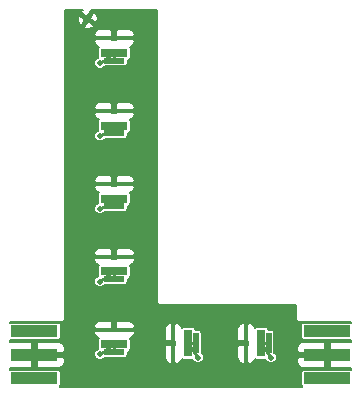
<source format=gtl>
G04 #@! TF.FileFunction,Copper,L1,Top,Signal*
%FSLAX46Y46*%
G04 Gerber Fmt 4.6, Leading zero omitted, Abs format (unit mm)*
G04 Created by KiCad (PCBNEW 4.0.0-rc2-stable) date 3/3/2016 3:45:44 PM*
%MOMM*%
G01*
G04 APERTURE LIST*
%ADD10C,0.150000*%
%ADD11R,0.500000X1.800000*%
%ADD12R,0.320000X2.300000*%
%ADD13R,0.800000X2.300000*%
%ADD14C,0.500000*%
%ADD15R,1.800000X0.500000*%
%ADD16R,2.300000X0.320000*%
%ADD17R,2.300000X0.800000*%
%ADD18R,4.000000X1.000000*%
%ADD19C,0.600000*%
%ADD20C,0.254000*%
%ADD21C,0.152400*%
G04 APERTURE END LIST*
D10*
D11*
X68856620Y-47215880D03*
D12*
X66956620Y-47215880D03*
D13*
X68206620Y-47215880D03*
D14*
X69056620Y-48415880D03*
D11*
X62685614Y-47215880D03*
D12*
X60785614Y-47215880D03*
D13*
X62035614Y-47215880D03*
D14*
X62885614Y-48415880D03*
D15*
X55781395Y-47949170D03*
D16*
X55781395Y-46049170D03*
D17*
X55781395Y-47299170D03*
D14*
X54581395Y-48149170D03*
D15*
X55781395Y-41780764D03*
D16*
X55781395Y-39880764D03*
D17*
X55781395Y-41130764D03*
D14*
X54581395Y-41980764D03*
D15*
X55781395Y-35612357D03*
D16*
X55781395Y-33712357D03*
D17*
X55781395Y-34962357D03*
D14*
X54581395Y-35812357D03*
D15*
X55781395Y-29443951D03*
D16*
X55781395Y-27543951D03*
D17*
X55781395Y-28793951D03*
D14*
X54581395Y-29643951D03*
D15*
X55781395Y-23275542D03*
D16*
X55781395Y-21375542D03*
D17*
X55781395Y-22625542D03*
D14*
X54581395Y-23475542D03*
D18*
X73827440Y-50192207D03*
X73827440Y-48192207D03*
X73827440Y-46192207D03*
D19*
X72827440Y-50192207D03*
X72827440Y-48192207D03*
X72827440Y-46192207D03*
D18*
X49020840Y-46192207D03*
X49020840Y-48192207D03*
X49020840Y-50192207D03*
D19*
X50020840Y-46192207D03*
X50020840Y-48192207D03*
X50020840Y-50192207D03*
D14*
X53515482Y-19752451D03*
D20*
X68860000Y-47220000D02*
X68210000Y-47220000D01*
X68860000Y-47220000D02*
X68210000Y-47220000D01*
X68860000Y-47220000D02*
X68210000Y-47220000D01*
X68860000Y-47220000D02*
X68210000Y-47220000D01*
X68860000Y-47220000D02*
X68210000Y-47220000D01*
X68860000Y-47220000D02*
X68210000Y-47220000D01*
X68860000Y-47220000D02*
X68210000Y-47220000D01*
X68860000Y-47220000D02*
X68210000Y-47220000D01*
X68860000Y-47220000D02*
X68210000Y-47220000D01*
X68210000Y-47220000D02*
X69060000Y-48420000D01*
X68210000Y-47220000D02*
X69060000Y-48420000D01*
X68210000Y-47220000D02*
X69060000Y-48420000D01*
X68210000Y-47220000D02*
X69060000Y-48420000D01*
X68210000Y-47220000D02*
X69060000Y-48420000D01*
X68210000Y-47220000D02*
X69060000Y-48420000D01*
X68210000Y-47220000D02*
X69060000Y-48420000D01*
X68210000Y-47220000D02*
X69060000Y-48420000D01*
X68210000Y-47220000D02*
X69060000Y-48420000D01*
X62690000Y-47220000D02*
X62040000Y-47220000D01*
X62690000Y-47220000D02*
X62040000Y-47220000D01*
X62690000Y-47220000D02*
X62040000Y-47220000D01*
X62690000Y-47220000D02*
X62040000Y-47220000D01*
X62690000Y-47220000D02*
X62040000Y-47220000D01*
X62690000Y-47220000D02*
X62040000Y-47220000D01*
X62690000Y-47220000D02*
X62040000Y-47220000D01*
X62690000Y-47220000D02*
X62040000Y-47220000D01*
X62690000Y-47220000D02*
X62040000Y-47220000D01*
X62040000Y-47220000D02*
X62890000Y-48420000D01*
X62040000Y-47220000D02*
X62890000Y-48420000D01*
X62040000Y-47220000D02*
X62890000Y-48420000D01*
X62040000Y-47220000D02*
X62890000Y-48420000D01*
X62040000Y-47220000D02*
X62890000Y-48420000D01*
X62040000Y-47220000D02*
X62890000Y-48420000D01*
X62040000Y-47220000D02*
X62890000Y-48420000D01*
X62040000Y-47220000D02*
X62890000Y-48420000D01*
X62040000Y-47220000D02*
X62890000Y-48420000D01*
X55780000Y-47950000D02*
X55780000Y-47300000D01*
X55780000Y-47950000D02*
X55780000Y-47300000D01*
X55780000Y-47950000D02*
X55780000Y-47300000D01*
X55780000Y-47950000D02*
X55780000Y-47300000D01*
X55780000Y-47950000D02*
X55780000Y-47300000D01*
X55780000Y-47950000D02*
X55780000Y-47300000D01*
X55780000Y-47950000D02*
X55780000Y-47300000D01*
X55780000Y-47950000D02*
X55780000Y-47300000D01*
X55780000Y-47950000D02*
X55780000Y-47300000D01*
X55780000Y-47300000D02*
X54580000Y-48150000D01*
X55780000Y-47300000D02*
X54580000Y-48150000D01*
X55780000Y-47300000D02*
X54580000Y-48150000D01*
X55780000Y-47300000D02*
X54580000Y-48150000D01*
X55780000Y-47300000D02*
X54580000Y-48150000D01*
X55780000Y-47300000D02*
X54580000Y-48150000D01*
X55780000Y-47300000D02*
X54580000Y-48150000D01*
X55780000Y-47300000D02*
X54580000Y-48150000D01*
X55780000Y-47300000D02*
X54580000Y-48150000D01*
X55780000Y-41780000D02*
X55780000Y-41130000D01*
X55780000Y-41780000D02*
X55780000Y-41130000D01*
X55780000Y-41780000D02*
X55780000Y-41130000D01*
X55780000Y-41780000D02*
X55780000Y-41130000D01*
X55780000Y-41780000D02*
X55780000Y-41130000D01*
X55780000Y-41780000D02*
X55780000Y-41130000D01*
X55780000Y-41780000D02*
X55780000Y-41130000D01*
X55780000Y-41780000D02*
X55780000Y-41130000D01*
X55780000Y-41780000D02*
X55780000Y-41130000D01*
X55780000Y-41130000D02*
X54580000Y-41980000D01*
X55780000Y-41130000D02*
X54580000Y-41980000D01*
X55780000Y-41130000D02*
X54580000Y-41980000D01*
X55780000Y-41130000D02*
X54580000Y-41980000D01*
X55780000Y-41130000D02*
X54580000Y-41980000D01*
X55780000Y-41130000D02*
X54580000Y-41980000D01*
X55780000Y-41130000D02*
X54580000Y-41980000D01*
X55780000Y-41130000D02*
X54580000Y-41980000D01*
X55780000Y-41130000D02*
X54580000Y-41980000D01*
X55780000Y-35610000D02*
X55780000Y-34960000D01*
X55780000Y-35610000D02*
X55780000Y-34960000D01*
X55780000Y-35610000D02*
X55780000Y-34960000D01*
X55780000Y-35610000D02*
X55780000Y-34960000D01*
X55780000Y-35610000D02*
X55780000Y-34960000D01*
X55780000Y-35610000D02*
X55780000Y-34960000D01*
X55780000Y-35610000D02*
X55780000Y-34960000D01*
X55780000Y-35610000D02*
X55780000Y-34960000D01*
X55780000Y-35610000D02*
X55780000Y-34960000D01*
X55780000Y-34960000D02*
X54580000Y-35810000D01*
X55780000Y-34960000D02*
X54580000Y-35810000D01*
X55780000Y-34960000D02*
X54580000Y-35810000D01*
X55780000Y-34960000D02*
X54580000Y-35810000D01*
X55780000Y-34960000D02*
X54580000Y-35810000D01*
X55780000Y-34960000D02*
X54580000Y-35810000D01*
X55780000Y-34960000D02*
X54580000Y-35810000D01*
X55780000Y-34960000D02*
X54580000Y-35810000D01*
X55780000Y-34960000D02*
X54580000Y-35810000D01*
X55780000Y-29440000D02*
X55780000Y-28790000D01*
X55780000Y-29440000D02*
X55780000Y-28790000D01*
X55780000Y-29440000D02*
X55780000Y-28790000D01*
X55780000Y-29440000D02*
X55780000Y-28790000D01*
X55780000Y-29440000D02*
X55780000Y-28790000D01*
X55780000Y-29440000D02*
X55780000Y-28790000D01*
X55780000Y-29440000D02*
X55780000Y-28790000D01*
X55780000Y-29440000D02*
X55780000Y-28790000D01*
X55780000Y-29440000D02*
X55780000Y-28790000D01*
X55780000Y-28790000D02*
X54580000Y-29640000D01*
X55780000Y-28790000D02*
X54580000Y-29640000D01*
X55780000Y-28790000D02*
X54580000Y-29640000D01*
X55780000Y-28790000D02*
X54580000Y-29640000D01*
X55780000Y-28790000D02*
X54580000Y-29640000D01*
X55780000Y-28790000D02*
X54580000Y-29640000D01*
X55780000Y-28790000D02*
X54580000Y-29640000D01*
X55780000Y-28790000D02*
X54580000Y-29640000D01*
X55780000Y-28790000D02*
X54580000Y-29640000D01*
X55780000Y-23280000D02*
X55780000Y-22630000D01*
X55780000Y-23280000D02*
X55780000Y-22630000D01*
X55780000Y-23280000D02*
X55780000Y-22630000D01*
X55780000Y-23280000D02*
X55780000Y-22630000D01*
X55780000Y-23280000D02*
X55780000Y-22630000D01*
X55780000Y-23280000D02*
X55780000Y-22630000D01*
X55780000Y-23280000D02*
X55780000Y-22630000D01*
X55780000Y-23280000D02*
X55780000Y-22630000D01*
X55780000Y-23280000D02*
X55780000Y-22630000D01*
X55780000Y-22630000D02*
X54580000Y-23480000D01*
X55780000Y-22630000D02*
X54580000Y-23480000D01*
X55780000Y-22630000D02*
X54580000Y-23480000D01*
X55780000Y-22630000D02*
X54580000Y-23480000D01*
X55780000Y-22630000D02*
X54580000Y-23480000D01*
X55780000Y-22630000D02*
X54580000Y-23480000D01*
X55780000Y-22630000D02*
X54580000Y-23480000D01*
X55780000Y-22630000D02*
X54580000Y-23480000D01*
X55780000Y-22630000D02*
X54580000Y-23480000D01*
D21*
G36*
X53110276Y-19004633D02*
X52985438Y-19087261D01*
X53010597Y-19261124D01*
X53481751Y-19578922D01*
X53799549Y-19107768D01*
X53772803Y-18998600D01*
X59391400Y-18998600D01*
X59391400Y-43690000D01*
X59412607Y-43796616D01*
X59473000Y-43887000D01*
X59563384Y-43947393D01*
X59670000Y-43968600D01*
X71161400Y-43968600D01*
X71161400Y-45150000D01*
X71182607Y-45256616D01*
X71243000Y-45347000D01*
X71333384Y-45407393D01*
X71440000Y-45428600D01*
X75861400Y-45428600D01*
X75861400Y-45466006D01*
X75827440Y-45459129D01*
X71827440Y-45459129D01*
X71742726Y-45475069D01*
X71664922Y-45525135D01*
X71612725Y-45601527D01*
X71594362Y-45692207D01*
X71594362Y-46692207D01*
X71610302Y-46776921D01*
X71660368Y-46854725D01*
X71736760Y-46906922D01*
X71827440Y-46925285D01*
X75827440Y-46925285D01*
X75861400Y-46918895D01*
X75861400Y-47108007D01*
X74151290Y-47108007D01*
X74005240Y-47254057D01*
X74005240Y-48014407D01*
X74025240Y-48014407D01*
X74025240Y-48370007D01*
X74005240Y-48370007D01*
X74005240Y-49130357D01*
X74151290Y-49276407D01*
X75861400Y-49276407D01*
X75861400Y-49466006D01*
X75827440Y-49459129D01*
X71827440Y-49459129D01*
X71742726Y-49475069D01*
X71664922Y-49525135D01*
X71612725Y-49601527D01*
X71594362Y-49692207D01*
X71594362Y-50692207D01*
X71610302Y-50776921D01*
X71660368Y-50854725D01*
X71684772Y-50871400D01*
X71440000Y-50871400D01*
X71389726Y-50881400D01*
X51380274Y-50881400D01*
X51330000Y-50871400D01*
X51164522Y-50871400D01*
X51183358Y-50859279D01*
X51235555Y-50782887D01*
X51253918Y-50692207D01*
X51253918Y-49692207D01*
X51237978Y-49607493D01*
X51187912Y-49529689D01*
X51111520Y-49477492D01*
X51020840Y-49459129D01*
X47020840Y-49459129D01*
X46936126Y-49475069D01*
X46908600Y-49492782D01*
X46908600Y-49276407D01*
X48696990Y-49276407D01*
X48843040Y-49130357D01*
X48843040Y-48370007D01*
X48823040Y-48370007D01*
X48823040Y-48130540D01*
X49121428Y-48130540D01*
X49166293Y-48479424D01*
X49198640Y-48557517D01*
X49198640Y-49130357D01*
X49344690Y-49276407D01*
X51137044Y-49276407D01*
X51351762Y-49187468D01*
X51516101Y-49023130D01*
X51605040Y-48808412D01*
X51605040Y-48516057D01*
X51458990Y-48370007D01*
X50888760Y-48370007D01*
X50920252Y-48253874D01*
X50889458Y-48014407D01*
X51458990Y-48014407D01*
X51605040Y-47868357D01*
X51605040Y-47576002D01*
X51516101Y-47361284D01*
X51351762Y-47196946D01*
X51137044Y-47108007D01*
X49344690Y-47108007D01*
X49198640Y-47254057D01*
X49198640Y-47845809D01*
X49121428Y-48130540D01*
X48823040Y-48130540D01*
X48823040Y-48014407D01*
X48843040Y-48014407D01*
X48843040Y-47254057D01*
X48696990Y-47108007D01*
X46908600Y-47108007D01*
X46908600Y-46892191D01*
X46930160Y-46906922D01*
X47020840Y-46925285D01*
X51020840Y-46925285D01*
X51105554Y-46909345D01*
X51183358Y-46859279D01*
X51235555Y-46782887D01*
X51253918Y-46692207D01*
X51253918Y-46275220D01*
X54047195Y-46275220D01*
X54047195Y-46325375D01*
X54136134Y-46540093D01*
X54300473Y-46704431D01*
X54446463Y-46764902D01*
X54416680Y-46808490D01*
X54398317Y-46899170D01*
X54398317Y-47699170D01*
X54399679Y-47706408D01*
X54310644Y-47743196D01*
X54175895Y-47877711D01*
X54102879Y-48053553D01*
X54102712Y-48243952D01*
X54175421Y-48419921D01*
X54309936Y-48554670D01*
X54485778Y-48627686D01*
X54676177Y-48627853D01*
X54852146Y-48555144D01*
X54975256Y-48432248D01*
X56681395Y-48432248D01*
X56766109Y-48416308D01*
X56843913Y-48366242D01*
X56896110Y-48289850D01*
X56914473Y-48199170D01*
X56914473Y-47932248D01*
X56931395Y-47932248D01*
X57016109Y-47916308D01*
X57093913Y-47866242D01*
X57146110Y-47789850D01*
X57164473Y-47699170D01*
X57164473Y-47539730D01*
X60041414Y-47539730D01*
X60041414Y-48482084D01*
X60130353Y-48696802D01*
X60294691Y-48861141D01*
X60509409Y-48950080D01*
X60559564Y-48950080D01*
X60705614Y-48804030D01*
X60705614Y-47393680D01*
X60187464Y-47393680D01*
X60041414Y-47539730D01*
X57164473Y-47539730D01*
X57164473Y-46899170D01*
X57148533Y-46814456D01*
X57116578Y-46764798D01*
X57262317Y-46704431D01*
X57426656Y-46540093D01*
X57515595Y-46325375D01*
X57515595Y-46275220D01*
X57369545Y-46129170D01*
X55959195Y-46129170D01*
X55959195Y-46209170D01*
X55603595Y-46209170D01*
X55603595Y-46129170D01*
X54193245Y-46129170D01*
X54047195Y-46275220D01*
X51253918Y-46275220D01*
X51253918Y-45772965D01*
X54047195Y-45772965D01*
X54047195Y-45823120D01*
X54193245Y-45969170D01*
X55603595Y-45969170D01*
X55603595Y-45451020D01*
X55959195Y-45451020D01*
X55959195Y-45969170D01*
X57369545Y-45969170D01*
X57389039Y-45949676D01*
X60041414Y-45949676D01*
X60041414Y-46892030D01*
X60187464Y-47038080D01*
X60705614Y-47038080D01*
X60705614Y-45627730D01*
X60865614Y-45627730D01*
X60865614Y-47038080D01*
X60945614Y-47038080D01*
X60945614Y-47393680D01*
X60865614Y-47393680D01*
X60865614Y-48804030D01*
X61011664Y-48950080D01*
X61061819Y-48950080D01*
X61276537Y-48861141D01*
X61440875Y-48696802D01*
X61501346Y-48550812D01*
X61544934Y-48580595D01*
X61635614Y-48598958D01*
X62435614Y-48598958D01*
X62442852Y-48597596D01*
X62479640Y-48686631D01*
X62614155Y-48821380D01*
X62789997Y-48894396D01*
X62980396Y-48894563D01*
X63156365Y-48821854D01*
X63291114Y-48687339D01*
X63364130Y-48511497D01*
X63364297Y-48321098D01*
X63291588Y-48145129D01*
X63168692Y-48022019D01*
X63168692Y-47539730D01*
X66212420Y-47539730D01*
X66212420Y-48482084D01*
X66301359Y-48696802D01*
X66465697Y-48861141D01*
X66680415Y-48950080D01*
X66730570Y-48950080D01*
X66876620Y-48804030D01*
X66876620Y-47393680D01*
X66358470Y-47393680D01*
X66212420Y-47539730D01*
X63168692Y-47539730D01*
X63168692Y-46315880D01*
X63152752Y-46231166D01*
X63102686Y-46153362D01*
X63026294Y-46101165D01*
X62935614Y-46082802D01*
X62668692Y-46082802D01*
X62668692Y-46065880D01*
X62652752Y-45981166D01*
X62632489Y-45949676D01*
X66212420Y-45949676D01*
X66212420Y-46892030D01*
X66358470Y-47038080D01*
X66876620Y-47038080D01*
X66876620Y-45627730D01*
X67036620Y-45627730D01*
X67036620Y-47038080D01*
X67116620Y-47038080D01*
X67116620Y-47393680D01*
X67036620Y-47393680D01*
X67036620Y-48804030D01*
X67182670Y-48950080D01*
X67232825Y-48950080D01*
X67447543Y-48861141D01*
X67611881Y-48696802D01*
X67672352Y-48550812D01*
X67715940Y-48580595D01*
X67806620Y-48598958D01*
X68606620Y-48598958D01*
X68613858Y-48597596D01*
X68650646Y-48686631D01*
X68785161Y-48821380D01*
X68961003Y-48894396D01*
X69151402Y-48894563D01*
X69327371Y-48821854D01*
X69462120Y-48687339D01*
X69535136Y-48511497D01*
X69535303Y-48321098D01*
X69462594Y-48145129D01*
X69339698Y-48022019D01*
X69339698Y-47576002D01*
X71243240Y-47576002D01*
X71243240Y-47868357D01*
X71389290Y-48014407D01*
X71959520Y-48014407D01*
X71928028Y-48130540D01*
X71958822Y-48370007D01*
X71389290Y-48370007D01*
X71243240Y-48516057D01*
X71243240Y-48808412D01*
X71332179Y-49023130D01*
X71496518Y-49187468D01*
X71711236Y-49276407D01*
X73503590Y-49276407D01*
X73649640Y-49130357D01*
X73649640Y-48538605D01*
X73726852Y-48253874D01*
X73681987Y-47904990D01*
X73649640Y-47826897D01*
X73649640Y-47254057D01*
X73503590Y-47108007D01*
X71711236Y-47108007D01*
X71496518Y-47196946D01*
X71332179Y-47361284D01*
X71243240Y-47576002D01*
X69339698Y-47576002D01*
X69339698Y-46315880D01*
X69323758Y-46231166D01*
X69273692Y-46153362D01*
X69197300Y-46101165D01*
X69106620Y-46082802D01*
X68839698Y-46082802D01*
X68839698Y-46065880D01*
X68823758Y-45981166D01*
X68773692Y-45903362D01*
X68697300Y-45851165D01*
X68606620Y-45832802D01*
X67806620Y-45832802D01*
X67721906Y-45848742D01*
X67672248Y-45880697D01*
X67611881Y-45734958D01*
X67447543Y-45570619D01*
X67232825Y-45481680D01*
X67182670Y-45481680D01*
X67036620Y-45627730D01*
X66876620Y-45627730D01*
X66730570Y-45481680D01*
X66680415Y-45481680D01*
X66465697Y-45570619D01*
X66301359Y-45734958D01*
X66212420Y-45949676D01*
X62632489Y-45949676D01*
X62602686Y-45903362D01*
X62526294Y-45851165D01*
X62435614Y-45832802D01*
X61635614Y-45832802D01*
X61550900Y-45848742D01*
X61501242Y-45880697D01*
X61440875Y-45734958D01*
X61276537Y-45570619D01*
X61061819Y-45481680D01*
X61011664Y-45481680D01*
X60865614Y-45627730D01*
X60705614Y-45627730D01*
X60559564Y-45481680D01*
X60509409Y-45481680D01*
X60294691Y-45570619D01*
X60130353Y-45734958D01*
X60041414Y-45949676D01*
X57389039Y-45949676D01*
X57515595Y-45823120D01*
X57515595Y-45772965D01*
X57426656Y-45558247D01*
X57262317Y-45393909D01*
X57047599Y-45304970D01*
X56105245Y-45304970D01*
X55959195Y-45451020D01*
X55603595Y-45451020D01*
X55457545Y-45304970D01*
X54515191Y-45304970D01*
X54300473Y-45393909D01*
X54136134Y-45558247D01*
X54047195Y-45772965D01*
X51253918Y-45772965D01*
X51253918Y-45692207D01*
X51237978Y-45607493D01*
X51187912Y-45529689D01*
X51111520Y-45477492D01*
X51020840Y-45459129D01*
X47020840Y-45459129D01*
X46936126Y-45475069D01*
X46908600Y-45492782D01*
X46908600Y-45428600D01*
X51330000Y-45428600D01*
X51436616Y-45407393D01*
X51527000Y-45347000D01*
X51587393Y-45256616D01*
X51608600Y-45150000D01*
X51608600Y-40106814D01*
X54047195Y-40106814D01*
X54047195Y-40156969D01*
X54136134Y-40371687D01*
X54300473Y-40536025D01*
X54446463Y-40596496D01*
X54416680Y-40640084D01*
X54398317Y-40730764D01*
X54398317Y-41530764D01*
X54399679Y-41538002D01*
X54310644Y-41574790D01*
X54175895Y-41709305D01*
X54102879Y-41885147D01*
X54102712Y-42075546D01*
X54175421Y-42251515D01*
X54309936Y-42386264D01*
X54485778Y-42459280D01*
X54676177Y-42459447D01*
X54852146Y-42386738D01*
X54975256Y-42263842D01*
X56681395Y-42263842D01*
X56766109Y-42247902D01*
X56843913Y-42197836D01*
X56896110Y-42121444D01*
X56914473Y-42030764D01*
X56914473Y-41763842D01*
X56931395Y-41763842D01*
X57016109Y-41747902D01*
X57093913Y-41697836D01*
X57146110Y-41621444D01*
X57164473Y-41530764D01*
X57164473Y-40730764D01*
X57148533Y-40646050D01*
X57116578Y-40596392D01*
X57262317Y-40536025D01*
X57426656Y-40371687D01*
X57515595Y-40156969D01*
X57515595Y-40106814D01*
X57369545Y-39960764D01*
X55959195Y-39960764D01*
X55959195Y-40040764D01*
X55603595Y-40040764D01*
X55603595Y-39960764D01*
X54193245Y-39960764D01*
X54047195Y-40106814D01*
X51608600Y-40106814D01*
X51608600Y-39604559D01*
X54047195Y-39604559D01*
X54047195Y-39654714D01*
X54193245Y-39800764D01*
X55603595Y-39800764D01*
X55603595Y-39282614D01*
X55959195Y-39282614D01*
X55959195Y-39800764D01*
X57369545Y-39800764D01*
X57515595Y-39654714D01*
X57515595Y-39604559D01*
X57426656Y-39389841D01*
X57262317Y-39225503D01*
X57047599Y-39136564D01*
X56105245Y-39136564D01*
X55959195Y-39282614D01*
X55603595Y-39282614D01*
X55457545Y-39136564D01*
X54515191Y-39136564D01*
X54300473Y-39225503D01*
X54136134Y-39389841D01*
X54047195Y-39604559D01*
X51608600Y-39604559D01*
X51608600Y-33938407D01*
X54047195Y-33938407D01*
X54047195Y-33988562D01*
X54136134Y-34203280D01*
X54300473Y-34367618D01*
X54446463Y-34428089D01*
X54416680Y-34471677D01*
X54398317Y-34562357D01*
X54398317Y-35362357D01*
X54399679Y-35369595D01*
X54310644Y-35406383D01*
X54175895Y-35540898D01*
X54102879Y-35716740D01*
X54102712Y-35907139D01*
X54175421Y-36083108D01*
X54309936Y-36217857D01*
X54485778Y-36290873D01*
X54676177Y-36291040D01*
X54852146Y-36218331D01*
X54975256Y-36095435D01*
X56681395Y-36095435D01*
X56766109Y-36079495D01*
X56843913Y-36029429D01*
X56896110Y-35953037D01*
X56914473Y-35862357D01*
X56914473Y-35595435D01*
X56931395Y-35595435D01*
X57016109Y-35579495D01*
X57093913Y-35529429D01*
X57146110Y-35453037D01*
X57164473Y-35362357D01*
X57164473Y-34562357D01*
X57148533Y-34477643D01*
X57116578Y-34427985D01*
X57262317Y-34367618D01*
X57426656Y-34203280D01*
X57515595Y-33988562D01*
X57515595Y-33938407D01*
X57369545Y-33792357D01*
X55959195Y-33792357D01*
X55959195Y-33872357D01*
X55603595Y-33872357D01*
X55603595Y-33792357D01*
X54193245Y-33792357D01*
X54047195Y-33938407D01*
X51608600Y-33938407D01*
X51608600Y-33436152D01*
X54047195Y-33436152D01*
X54047195Y-33486307D01*
X54193245Y-33632357D01*
X55603595Y-33632357D01*
X55603595Y-33114207D01*
X55959195Y-33114207D01*
X55959195Y-33632357D01*
X57369545Y-33632357D01*
X57515595Y-33486307D01*
X57515595Y-33436152D01*
X57426656Y-33221434D01*
X57262317Y-33057096D01*
X57047599Y-32968157D01*
X56105245Y-32968157D01*
X55959195Y-33114207D01*
X55603595Y-33114207D01*
X55457545Y-32968157D01*
X54515191Y-32968157D01*
X54300473Y-33057096D01*
X54136134Y-33221434D01*
X54047195Y-33436152D01*
X51608600Y-33436152D01*
X51608600Y-27770001D01*
X54047195Y-27770001D01*
X54047195Y-27820156D01*
X54136134Y-28034874D01*
X54300473Y-28199212D01*
X54446463Y-28259683D01*
X54416680Y-28303271D01*
X54398317Y-28393951D01*
X54398317Y-29193951D01*
X54399679Y-29201189D01*
X54310644Y-29237977D01*
X54175895Y-29372492D01*
X54102879Y-29548334D01*
X54102712Y-29738733D01*
X54175421Y-29914702D01*
X54309936Y-30049451D01*
X54485778Y-30122467D01*
X54676177Y-30122634D01*
X54852146Y-30049925D01*
X54975256Y-29927029D01*
X56681395Y-29927029D01*
X56766109Y-29911089D01*
X56843913Y-29861023D01*
X56896110Y-29784631D01*
X56914473Y-29693951D01*
X56914473Y-29427029D01*
X56931395Y-29427029D01*
X57016109Y-29411089D01*
X57093913Y-29361023D01*
X57146110Y-29284631D01*
X57164473Y-29193951D01*
X57164473Y-28393951D01*
X57148533Y-28309237D01*
X57116578Y-28259579D01*
X57262317Y-28199212D01*
X57426656Y-28034874D01*
X57515595Y-27820156D01*
X57515595Y-27770001D01*
X57369545Y-27623951D01*
X55959195Y-27623951D01*
X55959195Y-27703951D01*
X55603595Y-27703951D01*
X55603595Y-27623951D01*
X54193245Y-27623951D01*
X54047195Y-27770001D01*
X51608600Y-27770001D01*
X51608600Y-27267746D01*
X54047195Y-27267746D01*
X54047195Y-27317901D01*
X54193245Y-27463951D01*
X55603595Y-27463951D01*
X55603595Y-26945801D01*
X55959195Y-26945801D01*
X55959195Y-27463951D01*
X57369545Y-27463951D01*
X57515595Y-27317901D01*
X57515595Y-27267746D01*
X57426656Y-27053028D01*
X57262317Y-26888690D01*
X57047599Y-26799751D01*
X56105245Y-26799751D01*
X55959195Y-26945801D01*
X55603595Y-26945801D01*
X55457545Y-26799751D01*
X54515191Y-26799751D01*
X54300473Y-26888690D01*
X54136134Y-27053028D01*
X54047195Y-27267746D01*
X51608600Y-27267746D01*
X51608600Y-21601592D01*
X54047195Y-21601592D01*
X54047195Y-21651747D01*
X54136134Y-21866465D01*
X54300473Y-22030803D01*
X54446463Y-22091274D01*
X54416680Y-22134862D01*
X54398317Y-22225542D01*
X54398317Y-23025542D01*
X54399679Y-23032780D01*
X54310644Y-23069568D01*
X54175895Y-23204083D01*
X54102879Y-23379925D01*
X54102712Y-23570324D01*
X54175421Y-23746293D01*
X54309936Y-23881042D01*
X54485778Y-23954058D01*
X54676177Y-23954225D01*
X54852146Y-23881516D01*
X54975256Y-23758620D01*
X56681395Y-23758620D01*
X56766109Y-23742680D01*
X56843913Y-23692614D01*
X56896110Y-23616222D01*
X56914473Y-23525542D01*
X56914473Y-23258620D01*
X56931395Y-23258620D01*
X57016109Y-23242680D01*
X57093913Y-23192614D01*
X57146110Y-23116222D01*
X57164473Y-23025542D01*
X57164473Y-22225542D01*
X57148533Y-22140828D01*
X57116578Y-22091170D01*
X57262317Y-22030803D01*
X57426656Y-21866465D01*
X57515595Y-21651747D01*
X57515595Y-21601592D01*
X57369545Y-21455542D01*
X55959195Y-21455542D01*
X55959195Y-21535542D01*
X55603595Y-21535542D01*
X55603595Y-21455542D01*
X54193245Y-21455542D01*
X54047195Y-21601592D01*
X51608600Y-21601592D01*
X51608600Y-21099337D01*
X54047195Y-21099337D01*
X54047195Y-21149492D01*
X54193245Y-21295542D01*
X55603595Y-21295542D01*
X55603595Y-20777392D01*
X55959195Y-20777392D01*
X55959195Y-21295542D01*
X57369545Y-21295542D01*
X57515595Y-21149492D01*
X57515595Y-21099337D01*
X57426656Y-20884619D01*
X57262317Y-20720281D01*
X57047599Y-20631342D01*
X56105245Y-20631342D01*
X55959195Y-20777392D01*
X55603595Y-20777392D01*
X55457545Y-20631342D01*
X54515191Y-20631342D01*
X54300473Y-20720281D01*
X54136134Y-20884619D01*
X54047195Y-21099337D01*
X51608600Y-21099337D01*
X51608600Y-20397134D01*
X53231415Y-20397134D01*
X53273219Y-20567763D01*
X53603666Y-20598411D01*
X53920688Y-20500269D01*
X54045526Y-20417641D01*
X54020367Y-20243778D01*
X53549213Y-19925980D01*
X53231415Y-20397134D01*
X51608600Y-20397134D01*
X51608600Y-19840635D01*
X52669522Y-19840635D01*
X52767664Y-20157657D01*
X52850292Y-20282495D01*
X53024155Y-20257336D01*
X53341953Y-19786182D01*
X53241937Y-19718720D01*
X53689011Y-19718720D01*
X54160165Y-20036518D01*
X54330794Y-19994714D01*
X54361442Y-19664267D01*
X54263300Y-19347245D01*
X54180672Y-19222407D01*
X54006809Y-19247566D01*
X53689011Y-19718720D01*
X53241937Y-19718720D01*
X52870799Y-19468384D01*
X52700170Y-19510188D01*
X52669522Y-19840635D01*
X51608600Y-19840635D01*
X51608600Y-18998600D01*
X53129764Y-18998600D01*
X53110276Y-19004633D01*
X53110276Y-19004633D01*
G37*
X53110276Y-19004633D02*
X52985438Y-19087261D01*
X53010597Y-19261124D01*
X53481751Y-19578922D01*
X53799549Y-19107768D01*
X53772803Y-18998600D01*
X59391400Y-18998600D01*
X59391400Y-43690000D01*
X59412607Y-43796616D01*
X59473000Y-43887000D01*
X59563384Y-43947393D01*
X59670000Y-43968600D01*
X71161400Y-43968600D01*
X71161400Y-45150000D01*
X71182607Y-45256616D01*
X71243000Y-45347000D01*
X71333384Y-45407393D01*
X71440000Y-45428600D01*
X75861400Y-45428600D01*
X75861400Y-45466006D01*
X75827440Y-45459129D01*
X71827440Y-45459129D01*
X71742726Y-45475069D01*
X71664922Y-45525135D01*
X71612725Y-45601527D01*
X71594362Y-45692207D01*
X71594362Y-46692207D01*
X71610302Y-46776921D01*
X71660368Y-46854725D01*
X71736760Y-46906922D01*
X71827440Y-46925285D01*
X75827440Y-46925285D01*
X75861400Y-46918895D01*
X75861400Y-47108007D01*
X74151290Y-47108007D01*
X74005240Y-47254057D01*
X74005240Y-48014407D01*
X74025240Y-48014407D01*
X74025240Y-48370007D01*
X74005240Y-48370007D01*
X74005240Y-49130357D01*
X74151290Y-49276407D01*
X75861400Y-49276407D01*
X75861400Y-49466006D01*
X75827440Y-49459129D01*
X71827440Y-49459129D01*
X71742726Y-49475069D01*
X71664922Y-49525135D01*
X71612725Y-49601527D01*
X71594362Y-49692207D01*
X71594362Y-50692207D01*
X71610302Y-50776921D01*
X71660368Y-50854725D01*
X71684772Y-50871400D01*
X71440000Y-50871400D01*
X71389726Y-50881400D01*
X51380274Y-50881400D01*
X51330000Y-50871400D01*
X51164522Y-50871400D01*
X51183358Y-50859279D01*
X51235555Y-50782887D01*
X51253918Y-50692207D01*
X51253918Y-49692207D01*
X51237978Y-49607493D01*
X51187912Y-49529689D01*
X51111520Y-49477492D01*
X51020840Y-49459129D01*
X47020840Y-49459129D01*
X46936126Y-49475069D01*
X46908600Y-49492782D01*
X46908600Y-49276407D01*
X48696990Y-49276407D01*
X48843040Y-49130357D01*
X48843040Y-48370007D01*
X48823040Y-48370007D01*
X48823040Y-48130540D01*
X49121428Y-48130540D01*
X49166293Y-48479424D01*
X49198640Y-48557517D01*
X49198640Y-49130357D01*
X49344690Y-49276407D01*
X51137044Y-49276407D01*
X51351762Y-49187468D01*
X51516101Y-49023130D01*
X51605040Y-48808412D01*
X51605040Y-48516057D01*
X51458990Y-48370007D01*
X50888760Y-48370007D01*
X50920252Y-48253874D01*
X50889458Y-48014407D01*
X51458990Y-48014407D01*
X51605040Y-47868357D01*
X51605040Y-47576002D01*
X51516101Y-47361284D01*
X51351762Y-47196946D01*
X51137044Y-47108007D01*
X49344690Y-47108007D01*
X49198640Y-47254057D01*
X49198640Y-47845809D01*
X49121428Y-48130540D01*
X48823040Y-48130540D01*
X48823040Y-48014407D01*
X48843040Y-48014407D01*
X48843040Y-47254057D01*
X48696990Y-47108007D01*
X46908600Y-47108007D01*
X46908600Y-46892191D01*
X46930160Y-46906922D01*
X47020840Y-46925285D01*
X51020840Y-46925285D01*
X51105554Y-46909345D01*
X51183358Y-46859279D01*
X51235555Y-46782887D01*
X51253918Y-46692207D01*
X51253918Y-46275220D01*
X54047195Y-46275220D01*
X54047195Y-46325375D01*
X54136134Y-46540093D01*
X54300473Y-46704431D01*
X54446463Y-46764902D01*
X54416680Y-46808490D01*
X54398317Y-46899170D01*
X54398317Y-47699170D01*
X54399679Y-47706408D01*
X54310644Y-47743196D01*
X54175895Y-47877711D01*
X54102879Y-48053553D01*
X54102712Y-48243952D01*
X54175421Y-48419921D01*
X54309936Y-48554670D01*
X54485778Y-48627686D01*
X54676177Y-48627853D01*
X54852146Y-48555144D01*
X54975256Y-48432248D01*
X56681395Y-48432248D01*
X56766109Y-48416308D01*
X56843913Y-48366242D01*
X56896110Y-48289850D01*
X56914473Y-48199170D01*
X56914473Y-47932248D01*
X56931395Y-47932248D01*
X57016109Y-47916308D01*
X57093913Y-47866242D01*
X57146110Y-47789850D01*
X57164473Y-47699170D01*
X57164473Y-47539730D01*
X60041414Y-47539730D01*
X60041414Y-48482084D01*
X60130353Y-48696802D01*
X60294691Y-48861141D01*
X60509409Y-48950080D01*
X60559564Y-48950080D01*
X60705614Y-48804030D01*
X60705614Y-47393680D01*
X60187464Y-47393680D01*
X60041414Y-47539730D01*
X57164473Y-47539730D01*
X57164473Y-46899170D01*
X57148533Y-46814456D01*
X57116578Y-46764798D01*
X57262317Y-46704431D01*
X57426656Y-46540093D01*
X57515595Y-46325375D01*
X57515595Y-46275220D01*
X57369545Y-46129170D01*
X55959195Y-46129170D01*
X55959195Y-46209170D01*
X55603595Y-46209170D01*
X55603595Y-46129170D01*
X54193245Y-46129170D01*
X54047195Y-46275220D01*
X51253918Y-46275220D01*
X51253918Y-45772965D01*
X54047195Y-45772965D01*
X54047195Y-45823120D01*
X54193245Y-45969170D01*
X55603595Y-45969170D01*
X55603595Y-45451020D01*
X55959195Y-45451020D01*
X55959195Y-45969170D01*
X57369545Y-45969170D01*
X57389039Y-45949676D01*
X60041414Y-45949676D01*
X60041414Y-46892030D01*
X60187464Y-47038080D01*
X60705614Y-47038080D01*
X60705614Y-45627730D01*
X60865614Y-45627730D01*
X60865614Y-47038080D01*
X60945614Y-47038080D01*
X60945614Y-47393680D01*
X60865614Y-47393680D01*
X60865614Y-48804030D01*
X61011664Y-48950080D01*
X61061819Y-48950080D01*
X61276537Y-48861141D01*
X61440875Y-48696802D01*
X61501346Y-48550812D01*
X61544934Y-48580595D01*
X61635614Y-48598958D01*
X62435614Y-48598958D01*
X62442852Y-48597596D01*
X62479640Y-48686631D01*
X62614155Y-48821380D01*
X62789997Y-48894396D01*
X62980396Y-48894563D01*
X63156365Y-48821854D01*
X63291114Y-48687339D01*
X63364130Y-48511497D01*
X63364297Y-48321098D01*
X63291588Y-48145129D01*
X63168692Y-48022019D01*
X63168692Y-47539730D01*
X66212420Y-47539730D01*
X66212420Y-48482084D01*
X66301359Y-48696802D01*
X66465697Y-48861141D01*
X66680415Y-48950080D01*
X66730570Y-48950080D01*
X66876620Y-48804030D01*
X66876620Y-47393680D01*
X66358470Y-47393680D01*
X66212420Y-47539730D01*
X63168692Y-47539730D01*
X63168692Y-46315880D01*
X63152752Y-46231166D01*
X63102686Y-46153362D01*
X63026294Y-46101165D01*
X62935614Y-46082802D01*
X62668692Y-46082802D01*
X62668692Y-46065880D01*
X62652752Y-45981166D01*
X62632489Y-45949676D01*
X66212420Y-45949676D01*
X66212420Y-46892030D01*
X66358470Y-47038080D01*
X66876620Y-47038080D01*
X66876620Y-45627730D01*
X67036620Y-45627730D01*
X67036620Y-47038080D01*
X67116620Y-47038080D01*
X67116620Y-47393680D01*
X67036620Y-47393680D01*
X67036620Y-48804030D01*
X67182670Y-48950080D01*
X67232825Y-48950080D01*
X67447543Y-48861141D01*
X67611881Y-48696802D01*
X67672352Y-48550812D01*
X67715940Y-48580595D01*
X67806620Y-48598958D01*
X68606620Y-48598958D01*
X68613858Y-48597596D01*
X68650646Y-48686631D01*
X68785161Y-48821380D01*
X68961003Y-48894396D01*
X69151402Y-48894563D01*
X69327371Y-48821854D01*
X69462120Y-48687339D01*
X69535136Y-48511497D01*
X69535303Y-48321098D01*
X69462594Y-48145129D01*
X69339698Y-48022019D01*
X69339698Y-47576002D01*
X71243240Y-47576002D01*
X71243240Y-47868357D01*
X71389290Y-48014407D01*
X71959520Y-48014407D01*
X71928028Y-48130540D01*
X71958822Y-48370007D01*
X71389290Y-48370007D01*
X71243240Y-48516057D01*
X71243240Y-48808412D01*
X71332179Y-49023130D01*
X71496518Y-49187468D01*
X71711236Y-49276407D01*
X73503590Y-49276407D01*
X73649640Y-49130357D01*
X73649640Y-48538605D01*
X73726852Y-48253874D01*
X73681987Y-47904990D01*
X73649640Y-47826897D01*
X73649640Y-47254057D01*
X73503590Y-47108007D01*
X71711236Y-47108007D01*
X71496518Y-47196946D01*
X71332179Y-47361284D01*
X71243240Y-47576002D01*
X69339698Y-47576002D01*
X69339698Y-46315880D01*
X69323758Y-46231166D01*
X69273692Y-46153362D01*
X69197300Y-46101165D01*
X69106620Y-46082802D01*
X68839698Y-46082802D01*
X68839698Y-46065880D01*
X68823758Y-45981166D01*
X68773692Y-45903362D01*
X68697300Y-45851165D01*
X68606620Y-45832802D01*
X67806620Y-45832802D01*
X67721906Y-45848742D01*
X67672248Y-45880697D01*
X67611881Y-45734958D01*
X67447543Y-45570619D01*
X67232825Y-45481680D01*
X67182670Y-45481680D01*
X67036620Y-45627730D01*
X66876620Y-45627730D01*
X66730570Y-45481680D01*
X66680415Y-45481680D01*
X66465697Y-45570619D01*
X66301359Y-45734958D01*
X66212420Y-45949676D01*
X62632489Y-45949676D01*
X62602686Y-45903362D01*
X62526294Y-45851165D01*
X62435614Y-45832802D01*
X61635614Y-45832802D01*
X61550900Y-45848742D01*
X61501242Y-45880697D01*
X61440875Y-45734958D01*
X61276537Y-45570619D01*
X61061819Y-45481680D01*
X61011664Y-45481680D01*
X60865614Y-45627730D01*
X60705614Y-45627730D01*
X60559564Y-45481680D01*
X60509409Y-45481680D01*
X60294691Y-45570619D01*
X60130353Y-45734958D01*
X60041414Y-45949676D01*
X57389039Y-45949676D01*
X57515595Y-45823120D01*
X57515595Y-45772965D01*
X57426656Y-45558247D01*
X57262317Y-45393909D01*
X57047599Y-45304970D01*
X56105245Y-45304970D01*
X55959195Y-45451020D01*
X55603595Y-45451020D01*
X55457545Y-45304970D01*
X54515191Y-45304970D01*
X54300473Y-45393909D01*
X54136134Y-45558247D01*
X54047195Y-45772965D01*
X51253918Y-45772965D01*
X51253918Y-45692207D01*
X51237978Y-45607493D01*
X51187912Y-45529689D01*
X51111520Y-45477492D01*
X51020840Y-45459129D01*
X47020840Y-45459129D01*
X46936126Y-45475069D01*
X46908600Y-45492782D01*
X46908600Y-45428600D01*
X51330000Y-45428600D01*
X51436616Y-45407393D01*
X51527000Y-45347000D01*
X51587393Y-45256616D01*
X51608600Y-45150000D01*
X51608600Y-40106814D01*
X54047195Y-40106814D01*
X54047195Y-40156969D01*
X54136134Y-40371687D01*
X54300473Y-40536025D01*
X54446463Y-40596496D01*
X54416680Y-40640084D01*
X54398317Y-40730764D01*
X54398317Y-41530764D01*
X54399679Y-41538002D01*
X54310644Y-41574790D01*
X54175895Y-41709305D01*
X54102879Y-41885147D01*
X54102712Y-42075546D01*
X54175421Y-42251515D01*
X54309936Y-42386264D01*
X54485778Y-42459280D01*
X54676177Y-42459447D01*
X54852146Y-42386738D01*
X54975256Y-42263842D01*
X56681395Y-42263842D01*
X56766109Y-42247902D01*
X56843913Y-42197836D01*
X56896110Y-42121444D01*
X56914473Y-42030764D01*
X56914473Y-41763842D01*
X56931395Y-41763842D01*
X57016109Y-41747902D01*
X57093913Y-41697836D01*
X57146110Y-41621444D01*
X57164473Y-41530764D01*
X57164473Y-40730764D01*
X57148533Y-40646050D01*
X57116578Y-40596392D01*
X57262317Y-40536025D01*
X57426656Y-40371687D01*
X57515595Y-40156969D01*
X57515595Y-40106814D01*
X57369545Y-39960764D01*
X55959195Y-39960764D01*
X55959195Y-40040764D01*
X55603595Y-40040764D01*
X55603595Y-39960764D01*
X54193245Y-39960764D01*
X54047195Y-40106814D01*
X51608600Y-40106814D01*
X51608600Y-39604559D01*
X54047195Y-39604559D01*
X54047195Y-39654714D01*
X54193245Y-39800764D01*
X55603595Y-39800764D01*
X55603595Y-39282614D01*
X55959195Y-39282614D01*
X55959195Y-39800764D01*
X57369545Y-39800764D01*
X57515595Y-39654714D01*
X57515595Y-39604559D01*
X57426656Y-39389841D01*
X57262317Y-39225503D01*
X57047599Y-39136564D01*
X56105245Y-39136564D01*
X55959195Y-39282614D01*
X55603595Y-39282614D01*
X55457545Y-39136564D01*
X54515191Y-39136564D01*
X54300473Y-39225503D01*
X54136134Y-39389841D01*
X54047195Y-39604559D01*
X51608600Y-39604559D01*
X51608600Y-33938407D01*
X54047195Y-33938407D01*
X54047195Y-33988562D01*
X54136134Y-34203280D01*
X54300473Y-34367618D01*
X54446463Y-34428089D01*
X54416680Y-34471677D01*
X54398317Y-34562357D01*
X54398317Y-35362357D01*
X54399679Y-35369595D01*
X54310644Y-35406383D01*
X54175895Y-35540898D01*
X54102879Y-35716740D01*
X54102712Y-35907139D01*
X54175421Y-36083108D01*
X54309936Y-36217857D01*
X54485778Y-36290873D01*
X54676177Y-36291040D01*
X54852146Y-36218331D01*
X54975256Y-36095435D01*
X56681395Y-36095435D01*
X56766109Y-36079495D01*
X56843913Y-36029429D01*
X56896110Y-35953037D01*
X56914473Y-35862357D01*
X56914473Y-35595435D01*
X56931395Y-35595435D01*
X57016109Y-35579495D01*
X57093913Y-35529429D01*
X57146110Y-35453037D01*
X57164473Y-35362357D01*
X57164473Y-34562357D01*
X57148533Y-34477643D01*
X57116578Y-34427985D01*
X57262317Y-34367618D01*
X57426656Y-34203280D01*
X57515595Y-33988562D01*
X57515595Y-33938407D01*
X57369545Y-33792357D01*
X55959195Y-33792357D01*
X55959195Y-33872357D01*
X55603595Y-33872357D01*
X55603595Y-33792357D01*
X54193245Y-33792357D01*
X54047195Y-33938407D01*
X51608600Y-33938407D01*
X51608600Y-33436152D01*
X54047195Y-33436152D01*
X54047195Y-33486307D01*
X54193245Y-33632357D01*
X55603595Y-33632357D01*
X55603595Y-33114207D01*
X55959195Y-33114207D01*
X55959195Y-33632357D01*
X57369545Y-33632357D01*
X57515595Y-33486307D01*
X57515595Y-33436152D01*
X57426656Y-33221434D01*
X57262317Y-33057096D01*
X57047599Y-32968157D01*
X56105245Y-32968157D01*
X55959195Y-33114207D01*
X55603595Y-33114207D01*
X55457545Y-32968157D01*
X54515191Y-32968157D01*
X54300473Y-33057096D01*
X54136134Y-33221434D01*
X54047195Y-33436152D01*
X51608600Y-33436152D01*
X51608600Y-27770001D01*
X54047195Y-27770001D01*
X54047195Y-27820156D01*
X54136134Y-28034874D01*
X54300473Y-28199212D01*
X54446463Y-28259683D01*
X54416680Y-28303271D01*
X54398317Y-28393951D01*
X54398317Y-29193951D01*
X54399679Y-29201189D01*
X54310644Y-29237977D01*
X54175895Y-29372492D01*
X54102879Y-29548334D01*
X54102712Y-29738733D01*
X54175421Y-29914702D01*
X54309936Y-30049451D01*
X54485778Y-30122467D01*
X54676177Y-30122634D01*
X54852146Y-30049925D01*
X54975256Y-29927029D01*
X56681395Y-29927029D01*
X56766109Y-29911089D01*
X56843913Y-29861023D01*
X56896110Y-29784631D01*
X56914473Y-29693951D01*
X56914473Y-29427029D01*
X56931395Y-29427029D01*
X57016109Y-29411089D01*
X57093913Y-29361023D01*
X57146110Y-29284631D01*
X57164473Y-29193951D01*
X57164473Y-28393951D01*
X57148533Y-28309237D01*
X57116578Y-28259579D01*
X57262317Y-28199212D01*
X57426656Y-28034874D01*
X57515595Y-27820156D01*
X57515595Y-27770001D01*
X57369545Y-27623951D01*
X55959195Y-27623951D01*
X55959195Y-27703951D01*
X55603595Y-27703951D01*
X55603595Y-27623951D01*
X54193245Y-27623951D01*
X54047195Y-27770001D01*
X51608600Y-27770001D01*
X51608600Y-27267746D01*
X54047195Y-27267746D01*
X54047195Y-27317901D01*
X54193245Y-27463951D01*
X55603595Y-27463951D01*
X55603595Y-26945801D01*
X55959195Y-26945801D01*
X55959195Y-27463951D01*
X57369545Y-27463951D01*
X57515595Y-27317901D01*
X57515595Y-27267746D01*
X57426656Y-27053028D01*
X57262317Y-26888690D01*
X57047599Y-26799751D01*
X56105245Y-26799751D01*
X55959195Y-26945801D01*
X55603595Y-26945801D01*
X55457545Y-26799751D01*
X54515191Y-26799751D01*
X54300473Y-26888690D01*
X54136134Y-27053028D01*
X54047195Y-27267746D01*
X51608600Y-27267746D01*
X51608600Y-21601592D01*
X54047195Y-21601592D01*
X54047195Y-21651747D01*
X54136134Y-21866465D01*
X54300473Y-22030803D01*
X54446463Y-22091274D01*
X54416680Y-22134862D01*
X54398317Y-22225542D01*
X54398317Y-23025542D01*
X54399679Y-23032780D01*
X54310644Y-23069568D01*
X54175895Y-23204083D01*
X54102879Y-23379925D01*
X54102712Y-23570324D01*
X54175421Y-23746293D01*
X54309936Y-23881042D01*
X54485778Y-23954058D01*
X54676177Y-23954225D01*
X54852146Y-23881516D01*
X54975256Y-23758620D01*
X56681395Y-23758620D01*
X56766109Y-23742680D01*
X56843913Y-23692614D01*
X56896110Y-23616222D01*
X56914473Y-23525542D01*
X56914473Y-23258620D01*
X56931395Y-23258620D01*
X57016109Y-23242680D01*
X57093913Y-23192614D01*
X57146110Y-23116222D01*
X57164473Y-23025542D01*
X57164473Y-22225542D01*
X57148533Y-22140828D01*
X57116578Y-22091170D01*
X57262317Y-22030803D01*
X57426656Y-21866465D01*
X57515595Y-21651747D01*
X57515595Y-21601592D01*
X57369545Y-21455542D01*
X55959195Y-21455542D01*
X55959195Y-21535542D01*
X55603595Y-21535542D01*
X55603595Y-21455542D01*
X54193245Y-21455542D01*
X54047195Y-21601592D01*
X51608600Y-21601592D01*
X51608600Y-21099337D01*
X54047195Y-21099337D01*
X54047195Y-21149492D01*
X54193245Y-21295542D01*
X55603595Y-21295542D01*
X55603595Y-20777392D01*
X55959195Y-20777392D01*
X55959195Y-21295542D01*
X57369545Y-21295542D01*
X57515595Y-21149492D01*
X57515595Y-21099337D01*
X57426656Y-20884619D01*
X57262317Y-20720281D01*
X57047599Y-20631342D01*
X56105245Y-20631342D01*
X55959195Y-20777392D01*
X55603595Y-20777392D01*
X55457545Y-20631342D01*
X54515191Y-20631342D01*
X54300473Y-20720281D01*
X54136134Y-20884619D01*
X54047195Y-21099337D01*
X51608600Y-21099337D01*
X51608600Y-20397134D01*
X53231415Y-20397134D01*
X53273219Y-20567763D01*
X53603666Y-20598411D01*
X53920688Y-20500269D01*
X54045526Y-20417641D01*
X54020367Y-20243778D01*
X53549213Y-19925980D01*
X53231415Y-20397134D01*
X51608600Y-20397134D01*
X51608600Y-19840635D01*
X52669522Y-19840635D01*
X52767664Y-20157657D01*
X52850292Y-20282495D01*
X53024155Y-20257336D01*
X53341953Y-19786182D01*
X53241937Y-19718720D01*
X53689011Y-19718720D01*
X54160165Y-20036518D01*
X54330794Y-19994714D01*
X54361442Y-19664267D01*
X54263300Y-19347245D01*
X54180672Y-19222407D01*
X54006809Y-19247566D01*
X53689011Y-19718720D01*
X53241937Y-19718720D01*
X52870799Y-19468384D01*
X52700170Y-19510188D01*
X52669522Y-19840635D01*
X51608600Y-19840635D01*
X51608600Y-18998600D01*
X53129764Y-18998600D01*
X53110276Y-19004633D01*
G36*
X50266772Y-48158407D02*
X50232972Y-48192207D01*
X50266772Y-48226007D01*
X50122772Y-48370007D01*
X49918908Y-48370007D01*
X49774908Y-48226007D01*
X49808708Y-48192207D01*
X49774908Y-48158407D01*
X49918908Y-48014407D01*
X50122772Y-48014407D01*
X50266772Y-48158407D01*
X50266772Y-48158407D01*
G37*
X50266772Y-48158407D02*
X50232972Y-48192207D01*
X50266772Y-48226007D01*
X50122772Y-48370007D01*
X49918908Y-48370007D01*
X49774908Y-48226007D01*
X49808708Y-48192207D01*
X49774908Y-48158407D01*
X49918908Y-48014407D01*
X50122772Y-48014407D01*
X50266772Y-48158407D01*
G36*
X73073372Y-48158407D02*
X73039572Y-48192207D01*
X73073372Y-48226007D01*
X72929372Y-48370007D01*
X72725508Y-48370007D01*
X72581508Y-48226007D01*
X72615308Y-48192207D01*
X72581508Y-48158407D01*
X72725508Y-48014407D01*
X72929372Y-48014407D01*
X73073372Y-48158407D01*
X73073372Y-48158407D01*
G37*
X73073372Y-48158407D02*
X73039572Y-48192207D01*
X73073372Y-48226007D01*
X72929372Y-48370007D01*
X72725508Y-48370007D01*
X72581508Y-48226007D01*
X72615308Y-48192207D01*
X72581508Y-48158407D01*
X72725508Y-48014407D01*
X72929372Y-48014407D01*
X73073372Y-48158407D01*
M02*

</source>
